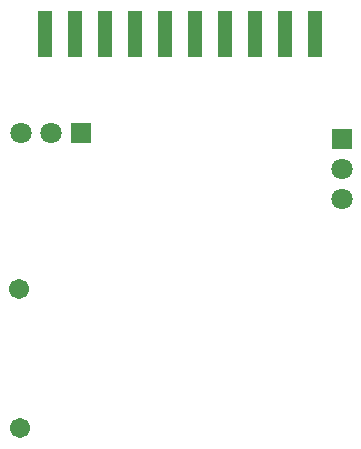
<source format=gbs>
G04*
G04 #@! TF.GenerationSoftware,Altium Limited,Altium Designer,23.8.1 (32)*
G04*
G04 Layer_Color=16711935*
%FSLAX44Y44*%
%MOMM*%
G71*
G04*
G04 #@! TF.SameCoordinates,8D10C5A6-D087-465C-88DE-2456D22F2F40*
G04*
G04*
G04 #@! TF.FilePolarity,Negative*
G04*
G01*
G75*
%ADD24R,1.2032X3.9032*%
%ADD31C,1.7032*%
%ADD32C,1.8032*%
%ADD33R,1.8032X1.8032*%
%ADD34R,1.8032X1.8032*%
D24*
X50546Y359316D02*
D03*
X75946D02*
D03*
X101346D02*
D03*
X126746D02*
D03*
X152146D02*
D03*
X177546D02*
D03*
X202946D02*
D03*
X228346D02*
D03*
X253746D02*
D03*
X279146D02*
D03*
D31*
X28702Y25146D02*
D03*
X27940Y143376D02*
D03*
D32*
X29529Y275124D02*
D03*
X54929D02*
D03*
X301498Y244856D02*
D03*
Y219456D02*
D03*
D33*
X80329Y275124D02*
D03*
D34*
X301498Y270256D02*
D03*
M02*

</source>
